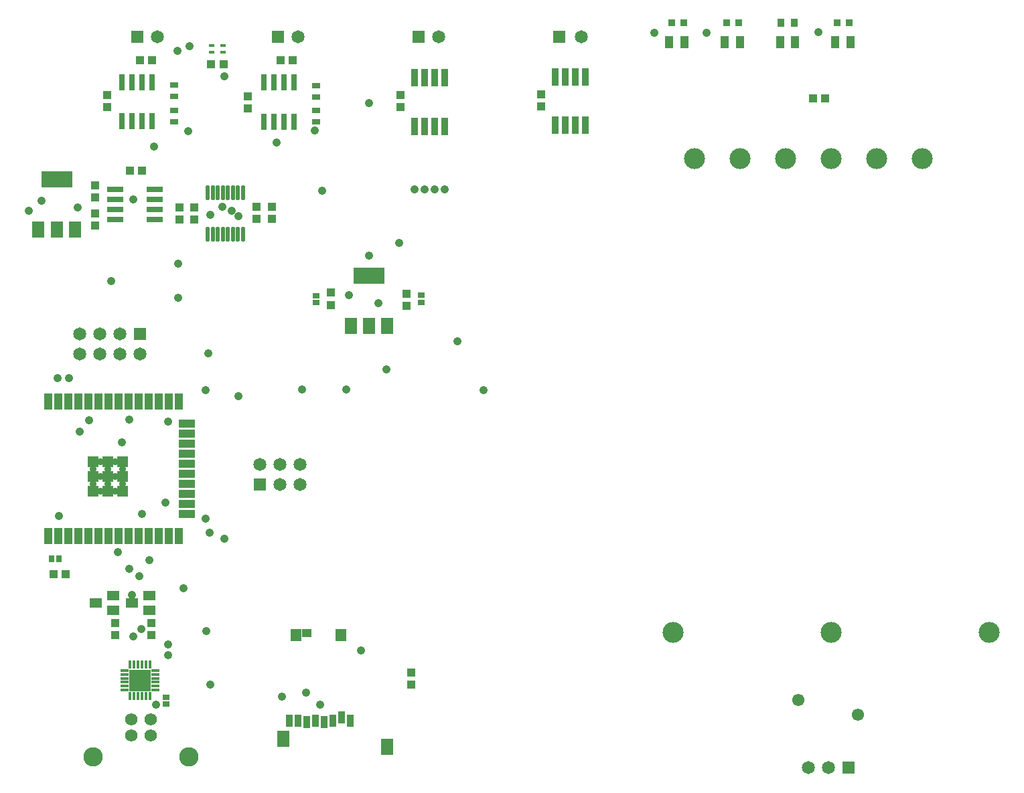
<source format=gts>
G04*
G04 #@! TF.GenerationSoftware,Altium Limited,Altium Designer,22.10.1 (41)*
G04*
G04 Layer_Color=8388736*
%FSLAX25Y25*%
%MOIN*%
G70*
G04*
G04 #@! TF.SameCoordinates,AD521441-6981-4C9A-977E-8A670088B7DC*
G04*
G04*
G04 #@! TF.FilePolarity,Negative*
G04*
G01*
G75*
%ADD19R,0.04213X0.06024*%
%ADD20R,0.05827X0.05827*%
%ADD21R,0.08465X0.04134*%
%ADD22R,0.04134X0.08465*%
%ADD23R,0.08391X0.02691*%
%ADD24R,0.01772X0.03937*%
%ADD25R,0.03937X0.01772*%
%ADD26R,0.10630X0.10630*%
%ADD27R,0.04213X0.04449*%
%ADD28R,0.06102X0.04528*%
%ADD29R,0.04252X0.04016*%
%ADD30R,0.04449X0.04213*%
%ADD31R,0.06496X0.08465*%
%ADD32R,0.15551X0.08465*%
%ADD33R,0.03425X0.03110*%
%ADD34R,0.03110X0.03425*%
G04:AMPARAMS|DCode=35|XSize=70.47mil|YSize=22.05mil|CornerRadius=4.97mil|HoleSize=0mil|Usage=FLASHONLY|Rotation=270.000|XOffset=0mil|YOffset=0mil|HoleType=Round|Shape=RoundedRectangle|*
%AMROUNDEDRECTD35*
21,1,0.07047,0.01211,0,0,270.0*
21,1,0.06053,0.02205,0,0,270.0*
1,1,0.00994,-0.00605,-0.03027*
1,1,0.00994,-0.00605,0.03027*
1,1,0.00994,0.00605,0.03027*
1,1,0.00994,0.00605,-0.03027*
%
%ADD35ROUNDEDRECTD35*%
%ADD36R,0.03191X0.08591*%
%ADD37R,0.02559X0.01772*%
%ADD38R,0.04134X0.03150*%
%ADD39R,0.02691X0.08391*%
%ADD40R,0.03740X0.03740*%
%ADD41R,0.03780X0.04252*%
%ADD42R,0.06102X0.08071*%
%ADD43R,0.03740X0.06496*%
%ADD44R,0.05709X0.06102*%
%ADD45R,0.04528X0.04331*%
%ADD46C,0.10433*%
%ADD47C,0.03591*%
%ADD48C,0.06213*%
%ADD49C,0.09646*%
%ADD50R,0.06496X0.06496*%
%ADD51C,0.06496*%
%ADD52C,0.06102*%
%ADD53C,0.04091*%
D19*
X531500Y476000D02*
D03*
X523980D02*
D03*
X496500D02*
D03*
X504020D02*
D03*
X468980D02*
D03*
X476500D02*
D03*
X441480D02*
D03*
X449000D02*
D03*
D20*
X169224Y266724D02*
D03*
Y252276D02*
D03*
Y259500D02*
D03*
X154776Y266724D02*
D03*
Y252276D02*
D03*
Y259500D02*
D03*
X162000Y266724D02*
D03*
Y252276D02*
D03*
Y259500D02*
D03*
D21*
X201409Y240937D02*
D03*
Y245937D02*
D03*
Y250937D02*
D03*
Y255937D02*
D03*
Y260937D02*
D03*
Y285937D02*
D03*
Y280937D02*
D03*
Y275937D02*
D03*
Y270937D02*
D03*
Y265937D02*
D03*
D22*
X132472Y296902D02*
D03*
X137472D02*
D03*
X142472D02*
D03*
X147472D02*
D03*
X152472D02*
D03*
X157472D02*
D03*
X162472D02*
D03*
X167472D02*
D03*
X172472D02*
D03*
X177472D02*
D03*
X182472D02*
D03*
X187472D02*
D03*
X192472D02*
D03*
X197472D02*
D03*
X132472Y229972D02*
D03*
X137472D02*
D03*
X142472D02*
D03*
X147472D02*
D03*
X152472D02*
D03*
X157472D02*
D03*
X162472D02*
D03*
X167472D02*
D03*
X172472D02*
D03*
X177472D02*
D03*
X182472D02*
D03*
X187472D02*
D03*
X192472D02*
D03*
X197472D02*
D03*
D23*
X165800Y402500D02*
D03*
Y397500D02*
D03*
Y392500D02*
D03*
Y387500D02*
D03*
X185200D02*
D03*
Y392500D02*
D03*
Y397500D02*
D03*
Y402500D02*
D03*
D24*
X173079Y150323D02*
D03*
X175047D02*
D03*
X177016D02*
D03*
X178984D02*
D03*
X180953D02*
D03*
X182921D02*
D03*
Y165677D02*
D03*
X180953D02*
D03*
X178984D02*
D03*
X177016D02*
D03*
X175047D02*
D03*
X173079D02*
D03*
D25*
X185677Y153079D02*
D03*
Y155047D02*
D03*
Y157016D02*
D03*
Y158984D02*
D03*
Y160953D02*
D03*
Y162921D02*
D03*
X170323D02*
D03*
Y160953D02*
D03*
Y158984D02*
D03*
Y157016D02*
D03*
Y155047D02*
D03*
Y153079D02*
D03*
D26*
X178000Y158000D02*
D03*
D27*
X519102Y448000D02*
D03*
X513000D02*
D03*
X141051Y211000D02*
D03*
X134949D02*
D03*
X179000Y412000D02*
D03*
X172898D02*
D03*
X219500Y465000D02*
D03*
X213398D02*
D03*
X177898Y467000D02*
D03*
X184000D02*
D03*
X254000D02*
D03*
X247898D02*
D03*
D28*
X164661Y192760D02*
D03*
Y200240D02*
D03*
X156000Y196500D02*
D03*
X174000D02*
D03*
X182661Y200240D02*
D03*
Y192760D02*
D03*
D29*
X165500Y180358D02*
D03*
Y186500D02*
D03*
X183500D02*
D03*
Y180358D02*
D03*
X155500Y404642D02*
D03*
Y398500D02*
D03*
Y390642D02*
D03*
Y384500D02*
D03*
D30*
X313000Y162000D02*
D03*
Y155898D02*
D03*
X273000Y351102D02*
D03*
Y345000D02*
D03*
X310500Y344500D02*
D03*
Y350602D02*
D03*
X205000Y387398D02*
D03*
Y393500D02*
D03*
X197500Y387500D02*
D03*
Y393602D02*
D03*
X243500Y387898D02*
D03*
Y394000D02*
D03*
X236000Y387898D02*
D03*
Y394000D02*
D03*
X377500Y450000D02*
D03*
Y443898D02*
D03*
X307500Y449602D02*
D03*
Y443500D02*
D03*
X161500Y443398D02*
D03*
Y449500D02*
D03*
X231500Y449000D02*
D03*
Y442898D02*
D03*
D31*
X292000Y334598D02*
D03*
X282945D02*
D03*
X301055D02*
D03*
X136500Y382598D02*
D03*
X127445D02*
D03*
X145555D02*
D03*
D32*
X292000Y359402D02*
D03*
X136500Y407402D02*
D03*
D33*
X265500Y349500D02*
D03*
Y346043D02*
D03*
X318000Y346272D02*
D03*
Y349728D02*
D03*
X191000Y146043D02*
D03*
Y149500D02*
D03*
D34*
X137500Y218500D02*
D03*
X134043D02*
D03*
D35*
X229250Y400874D02*
D03*
X226750D02*
D03*
X224250D02*
D03*
X221750D02*
D03*
X219250D02*
D03*
X216750D02*
D03*
X214250D02*
D03*
X211750D02*
D03*
Y380126D02*
D03*
X214250D02*
D03*
X216750D02*
D03*
X219250D02*
D03*
X221750D02*
D03*
X224250D02*
D03*
X226750D02*
D03*
X229250D02*
D03*
D36*
X314500Y433900D02*
D03*
Y458100D02*
D03*
X319500Y433900D02*
D03*
X324500D02*
D03*
X319500Y458100D02*
D03*
X324500D02*
D03*
X329500Y433900D02*
D03*
Y458100D02*
D03*
X384500Y434400D02*
D03*
Y458600D02*
D03*
X389500Y434400D02*
D03*
X394500D02*
D03*
X389500Y458600D02*
D03*
X394500D02*
D03*
X399500Y434400D02*
D03*
Y458600D02*
D03*
D37*
X213744Y474075D02*
D03*
Y470925D02*
D03*
X219256D02*
D03*
Y474075D02*
D03*
D38*
X195000Y436291D02*
D03*
Y442000D02*
D03*
Y454500D02*
D03*
Y448791D02*
D03*
X265500Y448500D02*
D03*
Y454209D02*
D03*
Y442000D02*
D03*
Y436291D02*
D03*
D39*
X184000Y456000D02*
D03*
X179000D02*
D03*
X174000D02*
D03*
X169000D02*
D03*
Y436600D02*
D03*
X174000D02*
D03*
X179000D02*
D03*
X184000D02*
D03*
X254500Y436300D02*
D03*
X249500D02*
D03*
X244500D02*
D03*
X239500D02*
D03*
Y455700D02*
D03*
X244500D02*
D03*
X249500D02*
D03*
X254500D02*
D03*
D40*
X525000Y485500D02*
D03*
X530906D02*
D03*
X470000D02*
D03*
X475906D02*
D03*
X442594D02*
D03*
X448500D02*
D03*
D41*
X497122D02*
D03*
X503500D02*
D03*
D42*
X301000Y124906D02*
D03*
X249228Y128843D02*
D03*
D43*
X282654Y137858D02*
D03*
X278323Y139433D02*
D03*
X273992Y137858D02*
D03*
X269661Y137071D02*
D03*
X265331Y137858D02*
D03*
X261000Y137071D02*
D03*
X256669Y137858D02*
D03*
X252339D02*
D03*
D44*
X277969Y180614D02*
D03*
X255528D02*
D03*
D45*
X261000Y181500D02*
D03*
D46*
X454000Y418000D02*
D03*
X476638D02*
D03*
X499276D02*
D03*
X521913D02*
D03*
X544551D02*
D03*
X567189D02*
D03*
X600654Y181780D02*
D03*
X521913D02*
D03*
X443173D02*
D03*
D47*
X169224Y263112D02*
D03*
Y255888D02*
D03*
X154776Y263112D02*
D03*
Y255888D02*
D03*
X162000Y263112D02*
D03*
Y255888D02*
D03*
X165612Y266724D02*
D03*
Y259500D02*
D03*
Y252276D02*
D03*
X158388Y266724D02*
D03*
Y252276D02*
D03*
Y259500D02*
D03*
D48*
X183421Y138543D02*
D03*
X173579D02*
D03*
Y130669D02*
D03*
X183421D02*
D03*
D49*
X154799Y120000D02*
D03*
X202201D02*
D03*
D50*
X530500Y114500D02*
D03*
X178000Y330500D02*
D03*
X176500Y478500D02*
D03*
X246500D02*
D03*
X316500D02*
D03*
X386500D02*
D03*
X237500Y255500D02*
D03*
D51*
X520500Y114500D02*
D03*
X510500D02*
D03*
X148000Y320500D02*
D03*
Y330500D02*
D03*
X158000Y320500D02*
D03*
Y330500D02*
D03*
X168000Y320500D02*
D03*
Y330500D02*
D03*
X178000Y320500D02*
D03*
X186500Y478500D02*
D03*
X256500D02*
D03*
X326500D02*
D03*
X397500D02*
D03*
X257500Y265500D02*
D03*
Y255500D02*
D03*
X247500Y265500D02*
D03*
Y255500D02*
D03*
X237500Y265500D02*
D03*
D52*
X505736Y148240D02*
D03*
X535264Y140760D02*
D03*
D53*
X186005Y146005D02*
D03*
X282000Y350000D02*
D03*
X296500Y346000D02*
D03*
X336000Y327000D02*
D03*
X300500Y313000D02*
D03*
X288000Y173000D02*
D03*
X213000Y156000D02*
D03*
X211000Y182500D02*
D03*
X199500Y204000D02*
D03*
X210500Y238500D02*
D03*
X179000Y241000D02*
D03*
X169000Y276500D02*
D03*
X197000Y348500D02*
D03*
Y365500D02*
D03*
X163500Y357000D02*
D03*
X213000Y390000D02*
D03*
X147000Y393500D02*
D03*
X129000Y397000D02*
D03*
X122500Y392000D02*
D03*
X202000Y431500D02*
D03*
X265000Y432000D02*
D03*
X174500Y397500D02*
D03*
X220000Y459000D02*
D03*
X280500Y303000D02*
D03*
X258500D02*
D03*
X227000Y299500D02*
D03*
X260500Y152000D02*
D03*
X248500Y150000D02*
D03*
X180000Y156000D02*
D03*
X176000Y160000D02*
D03*
X267500Y146000D02*
D03*
X192000Y170500D02*
D03*
X137500Y240000D02*
D03*
X148000Y282000D02*
D03*
X212000Y321000D02*
D03*
X515500Y481000D02*
D03*
X349000Y302500D02*
D03*
X210500D02*
D03*
X172500Y288000D02*
D03*
X307000Y376000D02*
D03*
X434000Y480500D02*
D03*
X460000D02*
D03*
X172500Y213500D02*
D03*
X192000Y176000D02*
D03*
X324500Y402500D02*
D03*
X319500D02*
D03*
X314500D02*
D03*
X329500D02*
D03*
X177500Y210000D02*
D03*
X182500Y218000D02*
D03*
X167000Y222000D02*
D03*
X174000Y200500D02*
D03*
X220000Y228500D02*
D03*
X212500Y231500D02*
D03*
X137000Y308500D02*
D03*
X196500Y471500D02*
D03*
X142500Y308500D02*
D03*
X202500Y474000D02*
D03*
X219000Y394000D02*
D03*
X226957Y389119D02*
D03*
X223500Y392000D02*
D03*
X292000Y369500D02*
D03*
Y445500D02*
D03*
X190500Y246500D02*
D03*
X174500Y180000D02*
D03*
X185000Y424000D02*
D03*
X246000Y426000D02*
D03*
X268500Y402000D02*
D03*
X178486Y183417D02*
D03*
X152500Y287500D02*
D03*
X192000Y287000D02*
D03*
M02*

</source>
